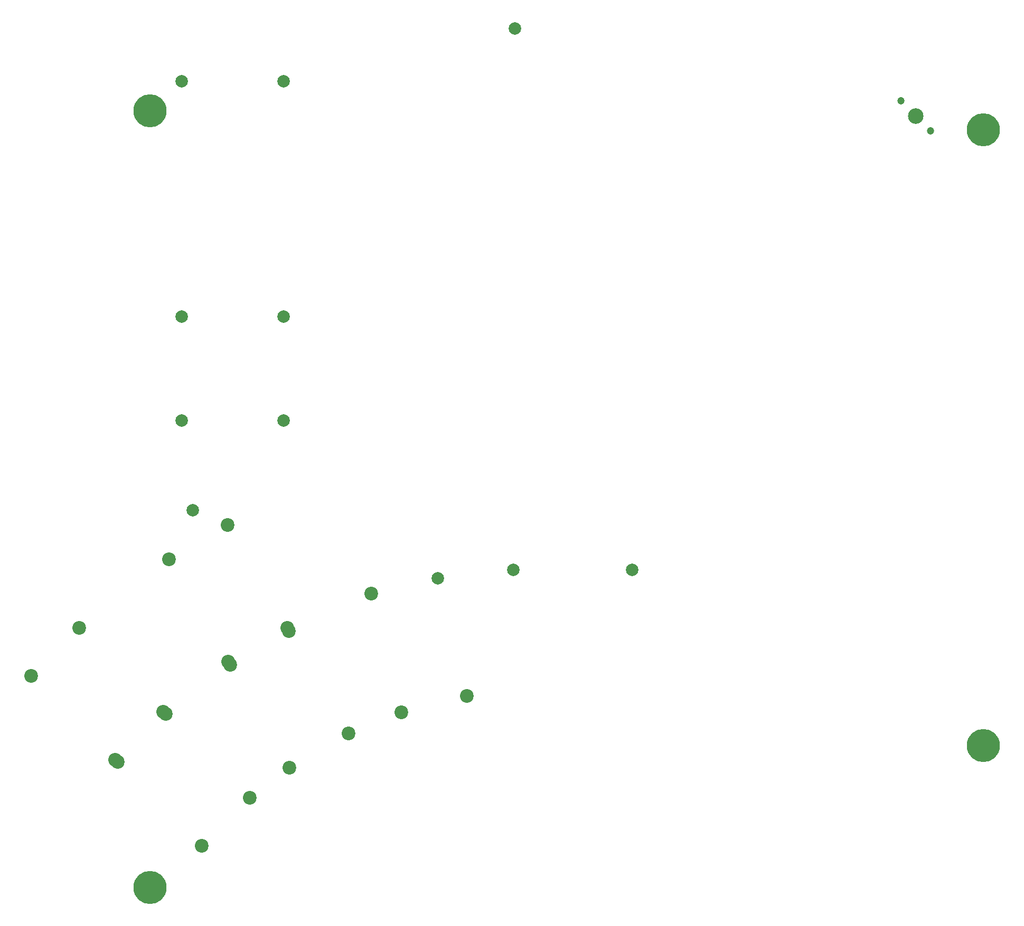
<source format=gbs>
%TF.GenerationSoftware,KiCad,Pcbnew,5.1.12-84ad8e8a86~92~ubuntu20.04.1*%
%TF.CreationDate,2021-11-17T01:50:02+01:00*%
%TF.ProjectId,LergoTopPlate_FR4_Rails,4c657267-6f54-46f7-9050-6c6174655f46,v1.A*%
%TF.SameCoordinates,Original*%
%TF.FileFunction,Soldermask,Bot*%
%TF.FilePolarity,Negative*%
%FSLAX46Y46*%
G04 Gerber Fmt 4.6, Leading zero omitted, Abs format (unit mm)*
G04 Created by KiCad (PCBNEW 5.1.12-84ad8e8a86~92~ubuntu20.04.1) date 2021-11-17 01:50:02*
%MOMM*%
%LPD*%
G01*
G04 APERTURE LIST*
%ADD10C,2.200000*%
%ADD11C,2.000000*%
%ADD12C,5.300000*%
%ADD13C,1.200000*%
%ADD14C,2.500000*%
G04 APERTURE END LIST*
D10*
X138917245Y-131422627D03*
X134142390Y-112413135D03*
X149488850Y-128767223D03*
X121005544Y-140304150D03*
X111205544Y-123330052D03*
X130445220Y-134854150D03*
X120645220Y-117880052D03*
X106945463Y-152886146D03*
X93086171Y-139026854D03*
X114652927Y-145178682D03*
X100793635Y-131319390D03*
X93475079Y-139415762D03*
X79615787Y-125556470D03*
X101182543Y-131708298D03*
X87323251Y-117849006D03*
X111480544Y-123806366D03*
X101680544Y-106832268D03*
X120920220Y-118356366D03*
X111120220Y-101382268D03*
D11*
X156923750Y-108575000D03*
D12*
X98638899Y-34932171D03*
X98638899Y-159529137D03*
X232220381Y-136740000D03*
X232220381Y-37928844D03*
D11*
X175973750Y-108595000D03*
X144793444Y-109920811D03*
X105500000Y-99000000D03*
X157143750Y-21659375D03*
D13*
X223818750Y-38103125D03*
X219056250Y-33340625D03*
D14*
X221437500Y-35721875D03*
D11*
X120043750Y-84581250D03*
X103756250Y-30157500D03*
X103756250Y-67912500D03*
X120043750Y-67912500D03*
X120043750Y-30157500D03*
X103756250Y-84581250D03*
M02*

</source>
